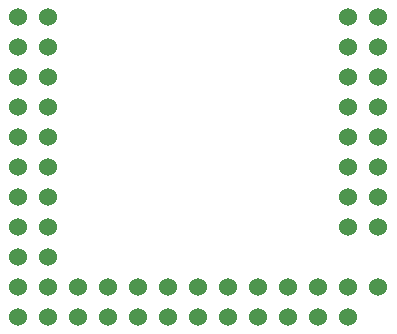
<source format=gbr>
%TF.GenerationSoftware,KiCad,Pcbnew,7.0.10*%
%TF.CreationDate,2024-01-17T03:24:25-05:00*%
%TF.ProjectId,esp32-wroom-socket,65737033-322d-4777-926f-6f6d2d736f63,rev?*%
%TF.SameCoordinates,Original*%
%TF.FileFunction,Soldermask,Bot*%
%TF.FilePolarity,Negative*%
%FSLAX46Y46*%
G04 Gerber Fmt 4.6, Leading zero omitted, Abs format (unit mm)*
G04 Created by KiCad (PCBNEW 7.0.10) date 2024-01-17 03:24:25*
%MOMM*%
%LPD*%
G01*
G04 APERTURE LIST*
%ADD10C,1.524000*%
G04 APERTURE END LIST*
D10*
%TO.C,U1*%
X144780000Y-99060000D03*
X144780000Y-106680000D03*
X147320000Y-99060000D03*
X147320000Y-106680000D03*
X149860000Y-106680000D03*
X152400000Y-106680000D03*
X154940000Y-106680000D03*
X157480000Y-106680000D03*
X160020000Y-106680000D03*
X162560000Y-106680000D03*
X165100000Y-106680000D03*
X167640000Y-106680000D03*
X170180000Y-106680000D03*
X172720000Y-106680000D03*
X175260000Y-104140000D03*
X144780000Y-81280000D03*
X144780000Y-104140000D03*
X147320000Y-81280000D03*
X144780000Y-83820000D03*
X147320000Y-83820000D03*
X144780000Y-86360000D03*
X147320000Y-86360000D03*
X144780000Y-88900000D03*
X147320000Y-88900000D03*
X144780000Y-91440000D03*
X147320000Y-91440000D03*
X144780000Y-93980000D03*
X147320000Y-93980000D03*
X144780000Y-96520000D03*
X147320000Y-96520000D03*
X144780000Y-101600000D03*
X147320000Y-101600000D03*
X147320000Y-104140000D03*
X149860000Y-104140000D03*
X152400000Y-104140000D03*
X154940000Y-104140000D03*
X157480000Y-104140000D03*
X160020000Y-104140000D03*
X162560000Y-104140000D03*
X165100000Y-104140000D03*
X167640000Y-104140000D03*
X170180000Y-104140000D03*
X172720000Y-104140000D03*
X172720000Y-99060000D03*
X175260000Y-96520000D03*
X172720000Y-96520000D03*
X175260000Y-93980000D03*
X172720000Y-93980000D03*
X175260000Y-91440000D03*
X172720000Y-91440000D03*
X175260000Y-88900000D03*
X172720000Y-88900000D03*
X175260000Y-86360000D03*
X172720000Y-86360000D03*
X175260000Y-83820000D03*
X172720000Y-83820000D03*
X175260000Y-81280000D03*
X172720000Y-81280000D03*
X175260000Y-99060000D03*
%TD*%
M02*

</source>
